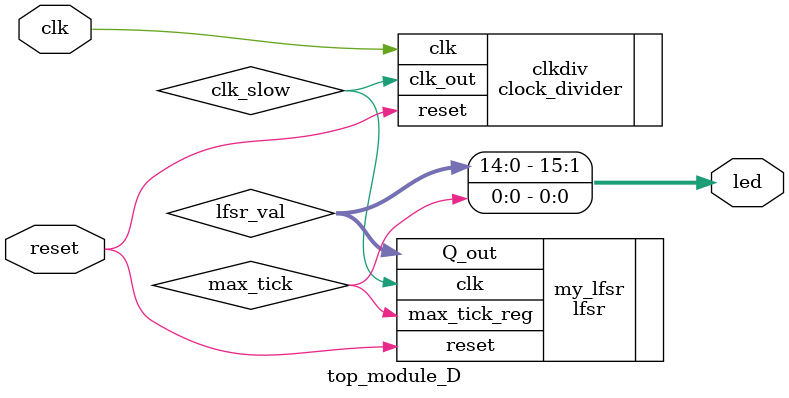
<source format=v>
`timescale 1ns / 1ps


module top_module_D(
    input clk,       // 100 MHz clock
    input reset,     // active high
    output [15:0] led // use bottom 16 LFSR bits
    );
    
    wire clk_slow;
    wire [21:0] lfsr_val;
    wire max_tick;

    // Instantiate clock divider
    clock_divider #( .DIV_FACTOR(100_000_000) ) clkdiv (
        .clk(clk),
        .reset(reset),
        .clk_out(clk_slow)
    );

    // Instantiate your LFSR
    lfsr my_lfsr (
        .clk(clk_slow),
        .reset(reset),
        .Q_out(lfsr_val),
        .max_tick_reg(max_tick)
    );

    // Display LFSR output and max_tick on LEDs
    assign led[15:0] = {lfsr_val[14:0], max_tick}; // bit 0 = tick
    
endmodule

</source>
